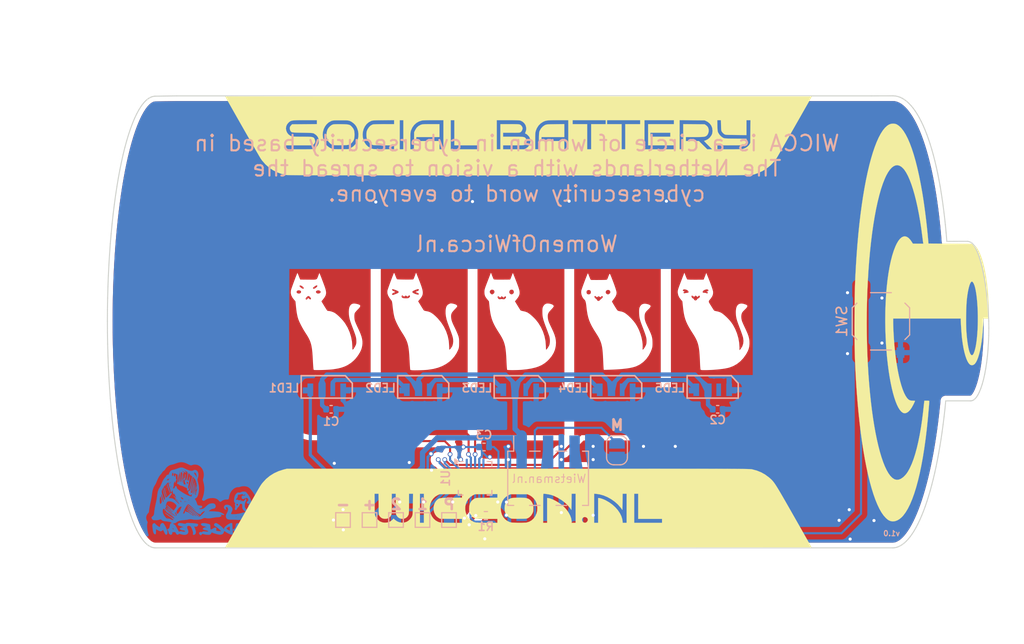
<source format=kicad_pcb>
(kicad_pcb (version 20240108) (generator "pcbnew") (generator_version "8.0")
  (layers (0 "F.Cu" signal) (31 "B.Cu" signal) (34 "B.Paste" user) (35 "F.Paste" user) (36 "B.SilkS" user "B.Silkscreen") (37 "F.SilkS" user "F.Silkscreen") (38 "B.Mask" user) (39 "F.Mask" user) (44 "Edge.Cuts" user))
  (net 0 "")
  (net 1 "GND")
  (net 2 "GPIO1")
  (net 3 "GPIO2")
  (net 4 "SCL")
  (net 5 "SDA")
  (net 6 "+3.3V")
  (net 7 "Net-(LED2-DOUT)")
  (net 8 "Net-(LED1-DOUT)")
  (net 9 "Net-(LED3-DOUT)")
  (net 10 "Net-(LED4-DOUT)")
  (net 11 "SWIO")
  (net 13 "TOUCH5")
  (net 15 "TOUCH3")
  (net 16 "TOUCH2")
  (net 18 "TOUCH1")
  (net 20 "TOUCH4")
  (net 21 "Net-(U1-PC7)")
  (net 22 "Net-(JP1-B)")
  (net 23 "E2")
  (net 24 "E1")
  (net 25 "LED")
  (net 26 "Net-(LED1-DIN)")
  (footprint "Board_design:social_battery_touch" (layer "F.Cu") (at 0 0)
    (property "Reference" "N1" (hide yes))
    (property "Value" "Artwork" (hide yes))
    (fp_line (start -42.251573 -0.070556) (end -42.245563 1.039811) (stroke (width 0.1)) (layer "Edge.Cuts"))
    (fp_line (start -42.245613 -1.18042) (end -42.251573 -0.070556) (stroke (width 0.1)) (layer "Edge.Cuts"))
    (fp_line (start -42.245563 1.039811) (end -42.227776 2.136066) (stroke (width 0.1)) (layer "Edge.Cuts"))
    (fp_line (start -42.227876 -2.275666) (end -42.245613 -1.18042) (stroke (width 0.1)) (layer "Edge.Cuts"))
    (fp_line (start -42.227776 2.136066) (end -42.198512 3.217704) (stroke (width 0.1)) (layer "Edge.Cuts"))
    (fp_line (start -42.198612 -3.354784) (end -42.227876 -2.275666) (stroke (width 0.1)) (layer "Edge.Cuts"))
    (fp_line (start -42.198512 3.217704) (end -42.158019 4.283214) (stroke (width 0.1)) (layer "Edge.Cuts"))
    (fp_line (start -42.158219 -4.416765) (end -42.198612 -3.354784) (stroke (width 0.1)) (layer "Edge.Cuts"))
    (fp_line (start -42.158019 4.283214) (end -42.106596 5.330074) (stroke (width 0.1)) (layer "Edge.Cuts"))
    (fp_line (start -42.106895 -5.459594) (end -42.158219 -4.416765) (stroke (width 0.1)) (layer "Edge.Cuts"))
    (fp_line (start -42.106596 5.330074) (end -42.04454 6.358285) (stroke (width 0.1)) (layer "Edge.Cuts"))
    (fp_line (start -42.044988 -6.483269) (end -42.106895 -5.459594) (stroke (width 0.1)) (layer "Edge.Cuts"))
    (fp_line (start -42.04454 6.358285) (end -41.97215 7.365328) (stroke (width 0.1)) (layer "Edge.Cuts"))
    (fp_line (start -41.972747 -7.485271) (end -42.044988 -6.483269) (stroke (width 0.1)) (layer "Edge.Cuts"))
    (fp_line (start -41.97215 7.365328) (end -41.889724 8.350697) (stroke (width 0.1)) (layer "Edge.Cuts"))
    (fp_line (start -41.89042 -8.464088) (end -41.972747 -7.485271) (stroke (width 0.1)) (layer "Edge.Cuts"))
    (fp_line (start -41.889724 8.350697) (end -41.79756 9.312377) (stroke (width 0.1)) (layer "Edge.Cuts"))
    (fp_line (start -41.798405 -9.419216) (end -41.89042 -8.464088) (stroke (width 0.1)) (layer "Edge.Cuts"))
    (fp_line (start -41.79756 9.312377) (end -41.695856 10.248856) (stroke (width 0.1)) (layer "Edge.Cuts"))
    (fp_line (start -41.69685 -10.349142) (end -41.798405 -9.419216) (stroke (width 0.1)) (layer "Edge.Cuts"))
    (fp_line (start -41.695856 10.248856) (end -41.58501 11.159126) (stroke (width 0.1)) (layer "Edge.Cuts"))
    (fp_line (start -41.586203 -11.251851) (end -41.69685 -10.349142) (stroke (width 0.1)) (layer "Edge.Cuts"))
    (fp_line (start -41.58501 11.159126) (end -41.465271 12.041674) (stroke (width 0.1)) (layer "Edge.Cuts"))
    (fp_line (start -41.466613 -12.126839) (end -41.586203 -11.251851) (stroke (width 0.1)) (layer "Edge.Cuts"))
    (fp_line (start -41.465271 12.041674) (end -41.336936 12.894988) (stroke (width 0.1)) (layer "Edge.Cuts"))
    (fp_line (start -41.338427 -12.972089) (end -41.466613 -12.126839) (stroke (width 0.1)) (layer "Edge.Cuts"))
    (fp_line (start -41.336936 12.894988) (end -41.200304 13.717558) (stroke (width 0.1)) (layer "Edge.Cuts"))
    (fp_line (start -41.201944 -13.786594) (end -41.338427 -12.972089) (stroke (width 0.1)) (layer "Edge.Cuts"))
    (fp_line (start -41.200304 13.717558) (end -41.055673 14.507869) (stroke (width 0.1)) (layer "Edge.Cuts"))
    (fp_line (start -41.057412 -14.569345) (end -41.201944 -13.786594) (stroke (width 0.1)) (layer "Edge.Cuts"))
    (fp_line (start -41.055673 14.507869) (end -40.903291 15.264915) (stroke (width 0.1)) (layer "Edge.Cuts"))
    (fp_line (start -40.90513 -15.317823) (end -41.057412 -14.569345) (stroke (width 0.1)) (layer "Edge.Cuts"))
    (fp_line (start -40.903291 15.264915) (end -40.743457 15.987183) (stroke (width 0.1)) (layer "Edge.Cuts"))
    (fp_line (start -40.745395 -16.032026) (end -40.90513 -15.317823) (stroke (width 0.1)) (layer "Edge.Cuts"))
    (fp_line (start -40.743457 15.987183) (end -40.576468 16.673161) (stroke (width 0.1)) (layer "Edge.Cuts"))
    (fp_line (start -40.578505 -16.709436) (end -40.745395 -16.032026) (stroke (width 0.1)) (layer "Edge.Cuts"))
    (fp_line (start -40.576468 16.673161) (end -40.402622 17.321338) (stroke (width 0.1)) (layer "Edge.Cuts"))
    (fp_line (start -40.404759 -17.349548) (end -40.578505 -16.709436) (stroke (width 0.1)) (layer "Edge.Cuts"))
    (fp_line (start -40.402622 17.321338) (end -40.222219 17.9302) (stroke (width 0.1)) (layer "Edge.Cuts"))
    (fp_line (start -40.224405 -17.95085) (end -40.404759 -17.349548) (stroke (width 0.1)) (layer "Edge.Cuts"))
    (fp_line (start -40.222219 17.9302) (end -40.035555 18.498741) (stroke (width 0.1)) (layer "Edge.Cuts"))
    (fp_line (start -40.037741 -18.511326) (end -40.224405 -17.95085) (stroke (width 0.1)) (layer "Edge.Cuts"))
    (fp_line (start -40.035555 18.498741) (end -39.842879 19.024943) (stroke (width 0.1)) (layer "Edge.Cuts"))
    (fp_line (start -39.845115 -19.030472) (end -40.037741 -18.511326) (stroke (width 0.1)) (layer "Edge.Cuts"))
    (fp_line (start -39.842879 19.024943) (end -39.644539 19.507799) (stroke (width 0.1)) (layer "Edge.Cuts"))
    (fp_line (start -39.646675 -19.506776) (end -39.845115 -19.030472) (stroke (width 0.1)) (layer "Edge.Cuts"))
    (fp_line (start -39.644539 19.507799) (end -39.440783 19.946301) (stroke (width 0.1)) (layer "Edge.Cuts"))
    (fp_line (start -39.44287 -19.938726) (end -39.646675 -19.506776) (stroke (width 0.1)) (layer "Edge.Cuts"))
    (fp_line (start -39.440783 19.946301) (end -39.231861 20.338433) (stroke (width 0.1)) (layer "Edge.Cuts"))
    (fp_line (start -39.233848 -20.324305) (end -39.44287 -19.938726) (stroke (width 0.1)) (layer "Edge.Cuts"))
    (fp_line (start -39.231861 20.338433) (end -39.018168 20.682682) (stroke (width 0.1)) (layer "Edge.Cuts"))
    (fp_line (start -39.020007 -20.663514) (end -39.233848 -20.324305) (stroke (width 0.1)) (layer "Edge.Cuts"))
    (fp_line (start -39.018168 20.682682) (end -38.909608 20.83641) (stroke (width 0.1)) (layer "Edge.Cuts"))
    (fp_line (start -38.911347 -20.814722) (end -39.020007 -20.663514) (stroke (width 0.1)) (layer "Edge.Cuts"))
    (fp_line (start -38.909608 20.83641) (end -38.799905 20.977537) (stroke (width 0.1)) (layer "Edge.Cuts"))
    (fp_line (start -38.801594 -20.953833) (end -38.911347 -20.814722) (stroke (width 0.1)) (layer "Edge.Cuts"))
    (fp_line (start -38.799905 20.977537) (end -38.689208 21.106567) (stroke (width 0.1)) (layer "Edge.Cuts"))
    (fp_line (start -38.690748 -21.080847) (end -38.801594 -20.953833) (stroke (width 0.1)) (layer "Edge.Cuts"))
    (fp_line (start -38.689208 21.106567) (end -38.577418 21.222493) (stroke (width 0.1)) (layer "Edge.Cuts"))
    (fp_line (start -38.578859 -21.194757) (end -38.690748 -21.080847) (stroke (width 0.1)) (layer "Edge.Cuts"))
    (fp_line (start -38.577418 21.222493) (end -38.464685 21.325314) (stroke (width 0.1)) (layer "Edge.Cuts"))
    (fp_line (start -38.465976 -21.296066) (end -38.578859 -21.194757) (stroke (width 0.1)) (layer "Edge.Cuts"))
    (fp_line (start -38.464685 21.325314) (end -38.350957 21.415534) (stroke (width 0.1)) (layer "Edge.Cuts"))
    (fp_line (start -38.35215 -21.384266) (end -38.465976 -21.296066) (stroke (width 0.1)) (layer "Edge.Cuts"))
    (fp_line (start -38.350957 21.415534) (end -38.236385 21.491644) (stroke (width 0.1)) (layer "Edge.Cuts"))
    (fp_line (start -38.237329 -21.459366) (end -38.35215 -21.384266) (stroke (width 0.1)) (layer "Edge.Cuts"))
    (fp_line (start -38.236385 21.491644) (end -38.120869 21.554644) (stroke (width 0.1)) (layer "Edge.Cuts"))
    (fp_line (start -38.121664 -21.521366) (end -38.237329 -21.459366) (stroke (width 0.1)) (layer "Edge.Cuts"))
    (fp_line (start -38.120869 21.554644) (end -38.004508 21.604034) (stroke (width 0.1)) (layer "Edge.Cuts"))
    (fp_line (start -38.005154 -21.569756) (end -38.121664 -21.521366) (stroke (width 0.1)) (layer "Edge.Cuts"))
    (fp_line (start -38.004508 21.604034) (end -37.887402 21.639314) (stroke (width 0.1)) (layer "Edge.Cuts"))
    (fp_line (start -37.8878 -21.604536) (end -38.005154 -21.569756) (stroke (width 0.1)) (layer "Edge.Cuts"))
    (fp_line (start -37.887402 21.639314) (end -37.769452 21.660984) (stroke (width 0.1)) (layer "Edge.Cuts"))
    (fp_line (start -37.7697 -21.625706) (end -37.8878 -21.604536) (stroke (width 0.1)) (layer "Edge.Cuts"))
    (fp_line (start -37.769452 21.660984) (end -37.650805 21.668084) (stroke (width 0.1)) (layer "Edge.Cuts"))
    (fp_line (start -37.650805 -21.632806) (end -37.7697 -21.625706) (stroke (width 0.1)) (layer "Edge.Cuts"))
    (fp_line (start -37.650805 21.668084) (end 33.030142 21.668084) (stroke (width 0.1)) (layer "Edge.Cuts"))
    (fp_line (start -36.742228 -21.647926) (end -37.650805 -21.632806) (stroke (width 0.1)) (layer "Edge.Cuts"))
    (fp_line (start -35.628653 -21.663046) (end -36.742228 -21.647926) (stroke (width 0.1)) (layer "Edge.Cuts"))
    (fp_line (start 31.003016 -21.663046) (end -35.628653 -21.663046) (stroke (width 0.1)) (layer "Edge.Cuts"))
    (fp_line (start 33.030142 21.668084) (end 33.138454 21.663584) (stroke (width 0.1)) (layer "Edge.Cuts"))
    (fp_line (start 33.064916 -21.668046) (end 31.003016 -21.663046) (stroke (width 0.1)) (layer "Edge.Cuts"))
    (fp_line (start 33.138454 21.663584) (end 33.246269 21.650984) (stroke (width 0.1)) (layer "Edge.Cuts"))
    (fp_line (start 33.246269 21.650984) (end 33.353587 21.629814) (stroke (width 0.1)) (layer "Edge.Cuts"))
    (fp_line (start 33.29098 -21.652926) (end 33.064916 -21.668046) (stroke (width 0.1)) (layer "Edge.Cuts"))
    (fp_line (start 33.353587 21.629814) (end 33.460409 21.600074) (stroke (width 0.1)) (layer "Edge.Cuts"))
    (fp_line (start 33.460409 21.600074) (end 33.566733 21.562274) (stroke (width 0.1)) (layer "Edge.Cuts"))
    (fp_line (start 33.515057 -21.608066) (end 33.29098 -21.652926) (stroke (width 0.1)) (layer "Edge.Cuts"))
    (fp_line (start 33.566733 21.562274) (end 33.672064 21.515904) (stroke (width 0.1)) (layer "Edge.Cuts"))
    (fp_line (start 33.672064 21.515904) (end 33.881732 21.399474) (stroke (width 0.1)) (layer "Edge.Cuts"))
    (fp_line (start 33.736152 -21.533466) (end 33.515057 -21.608066) (stroke (width 0.1)) (layer "Edge.Cuts"))
    (fp_line (start 33.881732 21.399474) (end 34.088916 21.250786) (stroke (width 0.1)) (layer "Edge.Cuts"))
    (fp_line (start 33.954763 -21.429132) (end 33.736152 -21.533466) (stroke (width 0.1)) (layer "Edge.Cuts"))
    (fp_line (start 34.088916 21.250786) (end 34.293118 21.071353) (stroke (width 0.1)) (layer "Edge.Cuts"))
    (fp_line (start 34.170393 -21.29607) (end 33.954763 -21.429132) (stroke (width 0.1)) (layer "Edge.Cuts"))
    (fp_line (start 34.293118 21.071353) (end 34.49434 20.861175) (stroke (width 0.1)) (layer "Edge.Cuts"))
    (fp_line (start 34.383042 -21.134278) (end 34.170393 -21.29607) (stroke (width 0.1)) (layer "Edge.Cuts"))
    (fp_line (start 34.49434 20.861175) (end 34.693077 20.620755) (stroke (width 0.1)) (layer "Edge.Cuts"))
    (fp_line (start 34.592213 -20.943756) (end 34.383042 -21.134278) (stroke (width 0.1)) (layer "Edge.Cuts"))
    (fp_line (start 34.693077 20.620755) (end 34.888337 20.351101) (stroke (width 0.1)) (layer "Edge.Cuts"))
    (fp_line (start 34.797906 -20.725009) (end 34.592213 -20.943756) (stroke (width 0.1)) (layer "Edge.Cuts"))
    (fp_line (start 34.888337 20.351101) (end 35.080118 20.053222) (stroke (width 0.1)) (layer "Edge.Cuts"))
    (fp_line (start 35.000122 -20.478037) (end 34.797906 -20.725009) (stroke (width 0.1)) (layer "Edge.Cuts"))
    (fp_line (start 35.080118 20.053222) (end 35.268422 19.727118) (stroke (width 0.1)) (layer "Edge.Cuts"))
    (fp_line (start 35.198362 -20.203847) (end 35.000122 -20.478037) (stroke (width 0.1)) (layer "Edge.Cuts"))
    (fp_line (start 35.268422 19.727118) (end 35.453248 19.373796) (stroke (width 0.1)) (layer "Edge.Cuts"))
    (fp_line (start 35.392628 -19.901936) (end 35.198362 -20.203847) (stroke (width 0.1)) (layer "Edge.Cuts"))
    (fp_line (start 35.453248 19.373796) (end 35.634099 18.994266) (stroke (width 0.1)) (layer "Edge.Cuts"))
    (fp_line (start 35.582919 -19.572808) (end 35.392628 -19.901936) (stroke (width 0.1)) (layer "Edge.Cuts"))
    (fp_line (start 35.634099 18.994266) (end 35.810975 18.588021) (stroke (width 0.1)) (layer "Edge.Cuts"))
    (fp_line (start 35.768738 -19.216966) (end 35.582919 -19.572808) (stroke (width 0.1)) (layer "Edge.Cuts"))
    (fp_line (start 35.810975 18.588021) (end 35.983877 18.15708) (stroke (width 0.1)) (layer "Edge.Cuts"))
    (fp_line (start 35.950086 -18.834411) (end 35.768738 -19.216966) (stroke (width 0.1)) (layer "Edge.Cuts"))
    (fp_line (start 35.983877 18.15708) (end 36.152306 17.700937) (stroke (width 0.1)) (layer "Edge.Cuts"))
    (fp_line (start 36.126466 -18.425646) (end 35.950086 -18.834411) (stroke (width 0.1)) (layer "Edge.Cuts"))
    (fp_line (start 36.152306 17.700937) (end 36.316265 17.220601) (stroke (width 0.1)) (layer "Edge.Cuts"))
    (fp_line (start 36.297877 -17.990672) (end 36.126466 -18.425646) (stroke (width 0.1)) (layer "Edge.Cuts"))
    (fp_line (start 36.316265 17.220601) (end 36.475255 16.71708) (stroke (width 0.1)) (layer "Edge.Cuts"))
    (fp_line (start 36.464816 -17.529993) (end 36.297877 -17.990672) (stroke (width 0.1)) (layer "Edge.Cuts"))
    (fp_line (start 36.475255 16.71708) (end 36.629773 16.190877) (stroke (width 0.1)) (layer "Edge.Cuts"))
    (fp_line (start 36.625793 -17.043609) (end 36.464816 -17.529993) (stroke (width 0.1)) (layer "Edge.Cuts"))
    (fp_line (start 36.629773 16.190877) (end 36.779323 15.642498) (stroke (width 0.1)) (layer "Edge.Cuts"))
    (fp_line (start 36.779323 15.642498) (end 36.923408 15.072949) (stroke (width 0.1)) (layer "Edge.Cuts"))
    (fp_line (start 36.781802 -16.532527) (end 36.625793 -17.043609) (stroke (width 0.1)) (layer "Edge.Cuts"))
    (fp_line (start 36.923408 15.072949) (end 37.062524 14.482232) (stroke (width 0.1)) (layer "Edge.Cuts"))
    (fp_line (start 36.931849 -15.996245) (end 36.781802 -16.532527) (stroke (width 0.1)) (layer "Edge.Cuts"))
    (fp_line (start 37.062524 14.482232) (end 37.195678 13.871353) (stroke (width 0.1)) (layer "Edge.Cuts"))
    (fp_line (start 37.075933 -15.435265) (end 36.931849 -15.996245) (stroke (width 0.1)) (layer "Edge.Cuts"))
    (fp_line (start 37.195678 13.871353) (end 37.323366 13.241322) (stroke (width 0.1)) (layer "Edge.Cuts"))
    (fp_line (start 37.214553 -14.849587) (end 37.075933 -15.435265) (stroke (width 0.1)) (layer "Edge.Cuts"))
    (fp_line (start 37.323366 13.241322) (end 37.44559 12.592137) (stroke (width 0.1)) (layer "Edge.Cuts"))
    (fp_line (start 37.346713 -14.240221) (end 37.214553 -14.849587) (stroke (width 0.1)) (layer "Edge.Cuts"))
    (fp_line (start 37.44559 12.592137) (end 37.561354 11.924808) (stroke (width 0.1)) (layer "Edge.Cuts"))
    (fp_line (start 37.472415 -13.607165) (end 37.346713 -14.240221) (stroke (width 0.1)) (layer "Edge.Cuts"))
    (fp_line (start 37.561354 11.924808) (end 37.671654 11.240342) (stroke (width 0.1)) (layer "Edge.Cuts"))
    (fp_line (start 37.591657 -12.95042) (end 37.472415 -13.607165) (stroke (width 0.1)) (layer "Edge.Cuts"))
    (fp_line (start 37.671654 11.240342) (end 37.774997 10.538235) (stroke (width 0.1)) (layer "Edge.Cuts"))
    (fp_line (start 37.703944 -12.269986) (end 37.591657 -12.95042) (stroke (width 0.1)) (layer "Edge.Cuts"))
    (fp_line (start 37.774997 10.538235) (end 37.871887 9.820503) (stroke (width 0.1)) (layer "Edge.Cuts"))
    (fp_line (start 37.809274 -11.566871) (end 37.703944 -12.269986) (stroke (width 0.1)) (layer "Edge.Cuts"))
    (fp_line (start 37.871887 9.820503) (end 37.962307 9.087146) (stroke (width 0.1)) (layer "Edge.Cuts"))
    (fp_line (start 37.907644 -10.841075) (end 37.809274 -11.566871) (stroke (width 0.1)) (layer "Edge.Cuts"))
    (fp_line (start 37.962307 9.087146) (end 38.046277 8.338165) (stroke (width 0.1)) (layer "Edge.Cuts"))
    (fp_line (start 37.999064 -10.093101) (end 37.907644 -10.841075) (stroke (width 0.1)) (layer "Edge.Cuts"))
    (fp_line (start 38.046277 8.338165) (end 38.122787 7.575574) (stroke (width 0.1)) (layer "Edge.Cuts"))
    (fp_line (start 38.083034 -9.322951) (end 37.999064 -10.093101) (stroke (width 0.1)) (layer "Edge.Cuts"))
    (fp_line (start 38.122787 7.575574) (end 40.472856 7.575574) (stroke (width 0.1)) (layer "Edge.Cuts"))
    (fp_line (start 38.159054 -8.530623) (end 38.083034 -9.322951) (stroke (width 0.1)) (layer "Edge.Cuts"))
    (fp_line (start 38.193094 -8.123622) (end 38.159054 -8.530623) (stroke (width 0.1)) (layer "Edge.Cuts"))
    (fp_line (start 38.227134 -7.716622) (end 38.193094 -8.123622) (stroke (width 0.1)) (layer "Edge.Cuts"))
    (fp_line (start 40.238849 -7.721122) (end 38.227134 -7.716622) (stroke (width 0.1)) (layer "Edge.Cuts"))
    (fp_line (start 40.381384 -7.684022) (end 40.238849 -7.721122) (stroke (width 0.1)) (layer "Edge.Cuts"))
    (fp_line (start 40.472856 7.575574) (end 40.517576 7.575574) (stroke (width 0.1)) (layer "Edge.Cuts"))
    (fp_line (start 40.517573 -7.625892) (end 40.381384 -7.684022) (stroke (width 0.1)) (layer "Edge.Cuts"))
    (fp_line (start 40.517576 7.575574) (end 40.606516 7.566474) (stroke (width 0.1)) (layer "Edge.Cuts"))
    (fp_line (start 40.562529 -7.598142) (end 40.517573 -7.625892) (stroke (width 0.1)) (layer "Edge.Cuts"))
    (fp_line (start 40.606516 7.566474) (end 40.694456 7.539254) (stroke (width 0.1)) (layer "Edge.Cuts"))
    (fp_line (start 40.607489 -7.570402) (end 40.562529 -7.598142) (stroke (width 0.1)) (layer "Edge.Cuts"))
    (fp_line (start 40.649719 -7.532352) (end 40.607489 -7.570402) (stroke (width 0.1)) (layer "Edge.Cuts"))
    (fp_line (start 40.691949 -7.494302) (end 40.649719 -7.532352) (stroke (width 0.1)) (layer "Edge.Cuts"))
    (fp_line (start 40.694456 7.539254) (end 40.780906 7.494394) (stroke (width 0.1)) (layer "Edge.Cuts"))
    (fp_line (start 40.733689 -7.446172) (end 40.691949 -7.494302) (stroke (width 0.1)) (layer "Edge.Cuts"))
    (fp_line (start 40.775429 -7.398032) (end 40.733689 -7.446172) (stroke (width 0.1)) (layer "Edge.Cuts"))
    (fp_line (start 40.780906 7.494394) (end 40.865866 7.432904) (stroke (width 0.1)) (layer "Edge.Cuts"))
    (fp_line (start 40.816669 -7.340072) (end 40.775429 -7.398032) (stroke (width 0.1)) (layer "Edge.Cuts"))
    (fp_line (start 40.857909 -7.282112) (end 40.816669 -7.340072) (stroke (width 0.1)) (layer "Edge.Cuts"))
    (fp_line (start 40.865866 7.432904) (end 40.949836 7.354784) (stroke (width 0.1)) (layer "Edge.Cuts"))
    (fp_line (start 40.939389 -7.147537) (end 40.857909 -7.282112) (stroke (width 0.1)) (layer "Edge.Cuts"))
    (fp_line (start 40.949836 7.354784) (end 41.031816 7.260024) (stroke (width 0.1)) (layer "Edge.Cuts"))
    (fp_line (start 41.019879 -6.994817) (end 40.939389 -7.147537) (stroke (width 0.1)) (layer "Edge.Cuts"))
    (fp_line (start 41.031816 7.260024) (end 41.112306 7.149642) (stroke (width 0.1)) (layer "Edge.Cuts"))
    (fp_line (start 41.098879 -6.825465) (end 41.019879 -6.994817) (stroke (width 0.1)) (layer "Edge.Cuts"))
    (fp_line (start 41.112306 7.149642) (end 41.190806 7.02414) (stroke (width 0.1)) (layer "Edge.Cuts"))
    (fp_line (start 41.176389 -6.63948) (end 41.098879 -6.825465) (stroke (width 0.1)) (layer "Edge.Cuts"))
    (fp_line (start 41.190806 7.02414) (end 41.267816 6.884021) (stroke (width 0.1)) (layer "Edge.Cuts"))
    (fp_line (start 41.267816 6.884021) (end 41.342346 6.729285) (stroke (width 0.1)) (layer "Edge.Cuts"))
    (fp_line (start 41.326436 -6.222651) (end 41.176389 -6.63948) (stroke (width 0.1)) (layer "Edge.Cuts"))
    (fp_line (start 41.342346 6.729285) (end 41.485437 6.378483) (stroke (width 0.1)) (layer "Edge.Cuts"))
    (fp_line (start 41.46903 -5.750379) (end 41.326436 -6.222651) (stroke (width 0.1)) (layer "Edge.Cuts"))
    (fp_line (start 41.485437 6.378483) (end 41.619088 5.975767) (stroke (width 0.1)) (layer "Edge.Cuts"))
    (fp_line (start 41.603178 -5.229217) (end 41.46903 -5.750379) (stroke (width 0.1)) (layer "Edge.Cuts"))
    (fp_line (start 41.619088 5.975767) (end 41.742305 5.524665) (stroke (width 0.1)) (layer "Edge.Cuts"))
    (fp_line (start 41.727886 -4.665213) (end 41.603178 -5.229217) (stroke (width 0.1)) (layer "Edge.Cuts"))
    (fp_line (start 41.742305 5.524665) (end 41.854592 5.028704) (stroke (width 0.1)) (layer "Edge.Cuts"))
    (fp_line (start 41.84216 -4.065423) (end 41.727886 -4.665213) (stroke (width 0.1)) (layer "Edge.Cuts"))
    (fp_line (start 41.854592 5.028704) (end 41.954452 4.491413) (stroke (width 0.1)) (layer "Edge.Cuts"))
    (fp_line (start 41.944012 -3.435895) (end 41.84216 -4.065423) (stroke (width 0.1)) (layer "Edge.Cuts"))
    (fp_line (start 41.954452 4.491413) (end 42.041402 3.916824) (stroke (width 0.1)) (layer "Edge.Cuts"))
    (fp_line (start 42.033442 -2.783183) (end 41.944012 -3.435895) (stroke (width 0.1)) (layer "Edge.Cuts"))
    (fp_line (start 42.041402 3.916824) (end 42.114932 3.307962) (stroke (width 0.1)) (layer "Edge.Cuts"))
    (fp_line (start 42.109462 -2.113837) (end 42.033442 -2.783183) (stroke (width 0.1)) (layer "Edge.Cuts"))
    (fp_line (start 42.114932 3.307962) (end 42.173062 2.668858) (stroke (width 0.1)) (layer "Edge.Cuts"))
    (fp_line (start 42.170072 -1.433403) (end 42.109462 -2.113837) (stroke (width 0.1)) (layer "Edge.Cuts"))
    (fp_line (start 42.173062 2.668858) (end 42.216292 2.002537) (stroke (width 0.1)) (layer "Edge.Cuts"))
    (fp_line (start 42.214792 -0.749441) (end 42.170072 -1.433403) (stroke (width 0.1)) (layer "Edge.Cuts"))
    (fp_line (start 42.216292 2.002537) (end 42.242622 1.313534) (stroke (width 0.1)) (layer "Edge.Cuts"))
    (fp_line (start 42.242122 -0.067999) (end 42.214792 -0.749441) (stroke (width 0.1)) (layer "Edge.Cuts"))
    (fp_line (start 42.242622 1.313534) (end 42.251522 0.604875) (stroke (width 0.1)) (layer "Edge.Cuts"))
    (fp_line (start 42.251522 0.604875) (end 42.242122 -0.067999) (stroke (width 0.1)) (layer "Edge.Cuts"))
  )
  (footprint "Library:LED-SMD_4P-L4.0-W1.6-L" (layer "B.Cu") (at -13.822 7.112)
    (property "Reference" "LED2")
    (property "Value" "SK6812SIDE-A-RVS" (hide yes))
  )
  (footprint "Library:stamp" (layer "B.Cu") (at -33 17.2 180)
    (property "Reference" "N2" (hide yes))
    (property "Value" "Stamp" (hide yes))
  )
  (footprint "Connector_PinHeader_2.54mm:PinHeader_2x03_P2.54mm_Vertical_SMD" (layer "B.Cu") (at 0 15 -90)
    (property "Reference" "J1" (hide yes))
    (property "Value" "SAO")
  )
  (footprint "Capacitor_SMD:C_0402_1005Metric" (layer "B.Cu") (at -20.8 8.382)
    (property "Reference" "C1")
    (property "Value" "100nF")
  )
  (footprint "Capacitor_SMD:C_0402_1005Metric" (layer "B.Cu") (at -6.14 12 180)
    (property "Reference" "C3")
    (property "Value" "100nF")
  )
  (footprint "TestPoint:TestPoint_Pad_1.0x1.0mm" (layer "B.Cu") (at -9.5 19 180)
    (property "Reference" "TP1" (hide yes))
    (property "Value" "SWIO")
  )
  (footprint "Button_Switch_SMD:SW_Push_1P1T_XKB_TS-1187A" (layer "B.Cu") (at 31.907 -0.048 -90)
    (property "Reference" "SW1")
    (property "Value" "Change")
  )
  (footprint "Jumper:SolderJumper-2_P1.3mm_Open_RoundedPad1.0x1.5mm" (layer "B.Cu") (at 6.604 12.304 90)
    (property "Reference" "JP1" (hide yes))
    (property "Value" "Mode")
  )
  (footprint "Library:LED-SMD_4P-L4.0-W1.6-L" (layer "B.Cu") (at 4.678 7.112)
    (property "Reference" "LED4")
    (property "Value" "SK6812SIDE-A-RVS" (hide yes))
  )
  (footprint "Library:LED-SMD_4P-L4.0-W1.6-L" (layer "B.Cu") (at -23.072 7.112)
    (property "Reference" "LED1")
    (property "Value" "SK6812SIDE-A-RVS" (hide yes))
  )
  (footprint "TestPoint:TestPoint_Pad_1.0x1.0mm" (layer "B.Cu") (at -17.12 19 180)
    (property "Reference" "TP4" (hide yes))
    (property "Value" "3.3v")
  )
  (footprint "Capacitor_SMD:C_0402_1005Metric" (layer "B.Cu") (at 16.256 8.382)
    (property "Reference" "C2")
    (property "Value" "100nF")
  )
  (footprint "Resistor_SMD:R_0402_1005Metric" (layer "B.Cu") (at -5.969 18.5674 180)
    (property "Reference" "R1")
    (property "Value" "100")
  )
  (footprint "TestPoint:TestPoint_Pad_1.0x1.0mm" (layer "B.Cu") (at -19.66 19 180)
    (property "Reference" "TP5" (hide yes))
    (property "Value" "GND")
  )
  (footprint "TestPoint:TestPoint_Pad_1.0x1.0mm" (layer "B.Cu") (at -14.58 19 180)
    (property "Reference" "TP3" (hide yes))
    (property "Value" "E2")
  )
  (footprint "Library:LED-SMD_4P-L4.0-W1.6-L" (layer "B.Cu") (at 13.928 7.112)
    (property "Reference" "LED5")
    (property "Value" "SK6812SIDE-A-RVS" (hide yes))
  )
  (footprint "Package_DFN_QFN:QFN-20-1EP_3x3mm_P0.4mm_EP1.65x1.65mm" (layer "B.Cu") (at -7 15 -90)
    (property "Reference" "U1")
    (property "Value" "CH32V003")
  )
  (footprint "TestPoint:TestPoint_Pad_1.0x1.0mm" (layer "B.Cu") (at -12.04 19 180)
    (property "Reference" "TP2" (hide yes))
    (property "Value" "E1")
  )
  (footprint "Library:LED-SMD_4P-L4.0-W1.6-L" (layer "B.Cu") (at -4.572 7.112)
    (property "Reference" "LED3")
    (property "Value" "SK6812SIDE-A-RVS" (hide yes))
  )
  (gr_text "P" (at -9.5 17.5 0) (layer "B.SilkS") (effects (font (size 1 1) (thickness 0.25) (bold yes)) (justify mirror)))
  (gr_text "WICCA is a circle of women in cybersecurity based in\nThe Netherlands with a vision to spread the\ncybersecurity word to everyone.\n\nWomenOfWicca.nl" (at -3 -18 0) (layer "B.SilkS") (effects (font (size 1.5 1.5) (thickness 0.2)) (justify top mirror)))
  (gr_text "2" (at -14.58 17.5 0) (layer "B.SilkS") (effects (font (size 1 1) (thickness 0.25) (bold yes)) (justify mirror)))
  (gr_text "+" (at -17.12 17.5 0) (layer "B.SilkS") (effects (font (size 1 1) (thickness 0.25) (bold yes)) (justify mirror)))
  (gr_text "v1.0" (at 33.782 20.574 0) (layer "B.SilkS") (effects (font (size 0.5 0.5) (thickness 0.1)) (justify left bottom mirror)))
  (gr_text "1" (at -12.04 17.5 0) (layer "B.SilkS") (effects (font (size 1 1) (thickness 0.25) (bold yes)) (justify mirror)))
  (gr_text "-" (at -19.66 17.5 0) (layer "B.SilkS") (effects (font (size 1 1) (thickness 0.25) (bold yes)) (justify mirror)))
  (gr_text "M" (at 6.604 9.906 0) (layer "B.SilkS") (effects (font (size 1 1) (thickness 0.25) (bold yes)) (justify mirror)))
  (gr_text_box "Wietsman.nl" (start 0.762 13.97) (end 4.318 14.732) (layer "B.SilkS") (effects (font (size 0.8 0.8) (thickness 0.1)) (justify left top mirror)) (border no))
  (via (at -4.826 17.272) (size 0.5) (drill 0.3) (layers "F.Cu" "B.Cu") (net 1))
  (via (at 11.34 -11.57) (size 0.5) (drill 0.3) (layers "F.Cu" "B.Cu") (net 1))
  (via (at 4.318 13.208) (size 0.5) (drill 0.3) (layers "F.Cu" "B.Cu") (net 1))
  (via (at 1.27 11.938) (size 0.45) (drill 0.3) (layers "F.Cu" "B.Cu") (net 1))
  (via (at -14.224 17.272) (size 0.45) (drill 0.3) (layers "F.Cu" "B.Cu") (net 1))
  (via (at -3.995145 17.280805) (size 0.5) (drill 0.3) (layers "F.Cu" "B.Cu") (net 1))
  (via (at 28.956 20.828) (size 0.5) (drill 0.3) (layers "F.Cu" "B.Cu") (net 1))
  (via (at -19.6342 19.939) (size 0.45) (drill 0.3) (layers "F.Cu" "B.Cu") (net 1))
  (via (at 31.242 19.05) (size 0.5) (drill 0.3) (layers "F.Cu" "B.Cu") (net 1))
  (via (at 1.27 13.208) (size 0.45) (drill 0.3) (layers "F.Cu" "B.Cu") (net 1))
  (via (at -11.228 12.648) (size 0.5) (drill 0.3) (layers "F.Cu" "B.Cu") (net 1))
  (via (at 1.27 18.288) (size 0.45) (drill 0.3) (layers "F.Cu" "B.Cu") (net 1))
  (via (at -7.25 -11.53) (size 0.5) (drill 0.3) (layers "F.Cu" "B.Cu") (net 1))
  (via (at -3.81 11.938) (size 0.45) (drill 0.3) (layers "F.Cu" "B.Cu") (net 1))
  (via (at 32.004 2.032) (size 0.5) (drill 0.3) (layers "F.Cu" "B.Cu") (net 1))
  (via (at -8.0264 18.8214) (size 0.45) (drill 0.3) (layers "F.Cu" "B.Cu") (net 1))
  (via (at -20.4978 13.5636) (size 0.45) (drill 0.3) (layers "F.Cu" "B.Cu") (net 1))
  (via (at 27.9 19.03) (size 0.5) (drill 0.3) (layers "F.Cu" "B.Cu") (net 1))
  (via (at -4 18.542) (size 0.5) (drill 0.3) (layers "F.Cu" "B.Cu") (net 1))
  (via (at -11.938 17.272) (size 0.45) (drill 0.3) (layers "F.Cu" "B.Cu") (net 1))
  (via (at -8.382 13.208) (size 0.45) (drill 0.3) (layers "F.Cu" "B.Cu") (net 1))
  (via (at -6.0706 20.8026) (size 0.45) (drill 0.3) (layers "F.Cu" "B.Cu") (net 1))
  (via (at -11.176 14.224) (size 0.45) (drill 0.3) (layers "F.Cu" "B.Cu") (net 1))
  (via (at -13.3096 13.4874) (size 0.45) (drill 0.3) (layers "F.Cu" "B.Cu") (net 1))
  (via (at 28.702 -2.794) (size 0.45) (drill 0.3) (layers "F.Cu" "B.Cu") (net 1))
  (via (at 32.004 -2.286) (size 0.45) (drill 0.3) (layers "F.Cu" "B.Cu") (net 1))
  (via (at 12.192 11.938) (size 0.45) (drill 0.3) (layers "F.Cu" "B.Cu") (net 1))
  (via (at -9.144 17.272) (size 0.45) (drill 0.3) (layers "F.Cu" "B.Cu") (net 1))
  (via (at 28.87 18.01) (size 0.5) (drill 0.3) (layers "F.Cu" "B.Cu") (net 1))
  (via (at 4.318 11.938) (size 0.45) (drill 0.3) (layers "F.Cu" "B.Cu") (net 1))
  (via (at -19.66 18) (size 0.5) (drill 0.3) (layers "F.Cu" "B.Cu") (net 1))
  (via (at -16.52 -11.49) (size 0.5) (drill 0.3) (layers "F.Cu" "B.Cu") (net 1))
  (via (at 4.318 18.542) (size 0.5) (drill 0.3) (layers "F.Cu" "B.Cu") (net 1))
  (via (at 2.01 -11.57) (size 0.5) (drill 0.3) (layers "F.Cu" "B.Cu") (net 1))
  (via (at -5.588 12.954) (size 0.45) (drill 0.3) (layers "F.Cu" "B.Cu") (net 1))
  (via (at 28.702 3.048) (size 0.45) (drill 0.3) (layers "F.Cu" "B.Cu") (net 1))
  (via (at -20.58 19) (size 0.5) (drill 0.3) (layers "F.Cu" "B.Cu") (net 1))
  (via (at -3.81 13.208) (size 0.45) (drill 0.3) (layers "F.Cu" "B.Cu") (net 1))
  (via (at -8.128 12) (size 0.45) (drill 0.3) (layers "F.Cu" "B.Cu") (net 1))
  (via (at 9.144 11.938) (size 0.45) (drill 0.3) (layers "F.Cu" "B.Cu") (net 1))
  (segment (start -11.538 14.586) (end -14.224 17.272) (width 0.25) (layer "B.Cu") (net 1))
  (segment (start -10.59 12.01) (end -11.228 12.648) (width 0.2) (layer "B.Cu") (net 1))
  (segment (start -5.842 12.954) (end -6.35 12.446) (width 0.2) (layer "B.Cu") (net 1))
  (segment (start -8.128 12) (end -8.138 12.01) (width 0.2) (layer "B.Cu") (net 1))
  (segment (start -6.6 14.6) (end -6.6 13.55) (width 0.2) (layer "B.Cu") (net 1))
  (segment (start -8.138 12.01) (end -10.59 12.01) (width 0.2) (layer "B.Cu") (net 1))
  (segment (start -11.538 12.958) (end -11.538 14.586) (width 0.25) (layer "B.Cu") (net 1))
  (segment (start -6.6 13.131876) (end -6.35 12.881876) (width 0.2) (layer "B.Cu") (net 1))
  (segment (start -6.35 12.446) (end -6.35 12.27) (width 0.2) (layer "B.Cu") (net 1))
  (segment (start -8.128 12) (end -6.62 12) (width 0.2) (layer "B.Cu") (net 1))
  (segment (start -3.81 17.5) (end -2.565 17.5) (width 0.2) (layer "B.Cu") (net 1))
  (segment (start -4 18.542) (end -3.557 18.542) (width 0.2) (layer "B.Cu") (net 1))
  (segment (start -3.557 18.542) (end -2.54 17.525) (width 0.2) (layer "B.Cu") (net 1))
  (segment (start -6.35 12.881876) (end -6.35 12.446) (width 0.2) (layer "B.Cu") (net 1))
  (segment (start -5.588 12.954) (end -5.842 12.954) (width 0.2) (layer "B.Cu") (net 1))
  (segment (start -11.228 12.648) (end -11.538 12.958) (width 0.25) (layer "B.Cu") (net 1))
  (segment (start -6.6 13.55) (end -6.6 13.131876) (width 0.2) (layer "B.Cu") (net 1))
  (segment (start -6.35 12.27) (end -6.62 12) (width 0.2) (layer "B.Cu") (net 1))
  (segment (start -3.953 19.937) (end 2.933 19.937) (width 0.2) (layer "B.Cu") (net 2))
  (segment (start -4.504 18.6862) (end -4.504 19.386) (width 0.2) (layer "B.Cu") (net 2))
  (segment (start 2.933 19.937) (end 3.267 19.603) (width 0.2) (layer "B.Cu") (net 2))
  (segment (start -6.6 16.45) (end -6.6 17.3014) (width 0.2) (layer "B.Cu") (net 2))
  (segment (start -6.2992 17.6022) (end -5.588 17.6022) (width 0.2) (layer "B.Cu") (net 2))
  (segment (start 3.267 19.603) (end 3.267 14.267) (width 0.2) (layer "B.Cu") (net 2))
  (segment (start -6.6 17.3014) (end -6.2992 17.6022) (width 0.2) (layer "B.Cu") (net 2))
  (segment (start 3.267 14.267) (end 2.54 13.54) (width 0.2) (layer "B.Cu") (net 2))
  (segment (start -4.504 19.386) (end -3.953 19.937) (width 0.2) (layer "B.Cu") (net 2))
  (segment (start -5.588 17.6022) (end -4.504 18.6862) (width 0.2) (layer "B.Cu") (net 2))
  (segment (start -4.7 15.8) (end -5.55 15.8) (width 0.2) (layer "B.Cu") (net 3))
  (segment (start 2.54 18.64) (end 1.57 19.61) (width 0.2) (layer "B.Cu") (net 3))
  (segment (start -0.76 19.61) (end -1.26 19.11) (width 0.2) (layer "B.Cu") (net 3))
  (segment (start -1.26 19.11) (end -1.26 16.29) (width 0.2) (layer "B.Cu") (net 3))
  (segment (start -1.26 16.29) (end -1.88 15.67) (width 0.2) (layer "B.Cu") (net 3))
  (segment (start -4.57 15.67) (end -4.7 15.8) (width 0.2) (layer "B.Cu") (net 3))
  (segment (start -1.88 15.67) (end -4.57 15.67) (width 0.2) (layer "B.Cu") (net 3))
  (segment (start 1.57 19.61) (end -0.76 19.61) (width 0.2) (layer "B.Cu") (net 3))
  (segment (start -5.55 15.4) (end -4.883 15.4) (width 0.2) (layer "B.Cu") (net 4))
  (segment (start -4.81 15.327) (end -1.203 15.327) (width 0.2) (layer "B.Cu") (net 4))
  (segment (start -4.883 15.4) (end -4.81 15.327) (width 0.2) (layer "B.Cu") (net 4))
  (segment (start -1.203 15.327) (end 0 16.53) (width 0.2) (layer "B.Cu") (net 4))
  (segment (start -5.55 15) (end -1.25 15) (width 0.2) (layer "B.Cu") (net 5))
  (segment (start -1.25 15) (end 0 13.75) (width 0.2) (layer "B.Cu") (net 5))
  (segment (start -5.66 12) (end -5.66 11.16) (width 0.5) (layer "B.Cu") (net 6))
  (segment (start 6.078 6.058) (end 7.088 5.048) (width 0.4) (layer "B.Cu") (net 6))
  (segment (start -4.76 12.43) (end -4.76 13.99) (width 0.2) (layer "B.Cu") (net 6))
  (segment (start 14.08352 5.048) (end 15.328 6.29248) (width 0.4) (layer "B.Cu") (net 6))
  (segment (start -4.76 13.99) (end -4.97 14.2) (width 0.2) (layer "B.Cu") (net 6))
  (segment (start -12.422 5.512) (end -11.958 5.048) (width 0.4) (layer "B.Cu") (net 6))
  (segment (start 7.088 5.048) (end 14.08352 5.048) (width 0.4) (layer "B.Cu") (net 6))
  (segment (start 15.328 7.934) (end 15.776 8.382) (width 0.4) (layer "B.Cu") (net 6))
  (segment (start 15.328 6.512) (end 15.328 7.934) (width 0.4) (layer "B.Cu") (net 6))
  (segment (start -13.66648 5.048) (end -12.422 6.29248) (width 0.4) (layer "B.Cu") (net 6))
  (segment (start -3.172 10.258) (end -3.172 6.512) (width 0.5) (layer "B.Cu") (net 6))
  (segment (start -2.162 5.048) (end 5.164 5.048) (width 0.4) (layer "B.Cu") (net 6))
  (segment (start -2.54 12.475) (end -2.54 10.89) (width 1) (layer "B.Cu") (net 6))
  (segment (start -4.086 5.048) (end -3.172 5.962) (width 0.4) (layer "B.Cu") (net 6))
  (segment (start -17.12 19) (end -12.04 13.92) (width 0.5) (layer "B.Cu") (net 6))
  (segment (start -3.172 5.962) (end -3.172 6.512) (width 0.4) (layer "B.Cu") (net 6))
  (segment (start -3.172 6.058) (end -2.162 5.048) (width 0.4) (layer "B.Cu") (net 6))
  (segment (start -2.54 10.89) (end -3.172 10.258) (width 0.5) (layer "B.Cu") (net 6))
  (segment (start -12.04 12.535104) (end -10.624896 11.12) (width 0.5) (layer "B.Cu") (net 6))
  (segment (start -21.672 5.512) (end -21.208 5.048) (width 0.4) (layer "B.Cu") (net 6))
  (segment (start 6.078 6.512) (end 6.078 6.058) (width 0.4) (layer "B.Cu") (net 6))
  (segment (start -2.77 11.12) (end -2.54 10.89) (width 0.5) (layer "B.Cu") (net 6))
  (segment (start 5.164 5.048) (end 6.078 5.962) (width 0.4) (layer "B.Cu") (net 6))
  (segment (start -21.672 6.512) (end -21.672 7.99) (width 0.4) (layer "B.Cu") (net 6))
  (segment (start -3.172 6.512) (end -3.172 6.058) (width 0.4) (layer "B.Cu") (net 6))
  (segment (start -5.2 12) (end -5.07 12.13) (width 0.2) (layer "B.Cu") (net 6))
  (segment (start -21.672 7.99) (end -21.28 8.382) (width 0.4) (layer "B.Cu") (net 6))
  (segment (start -12.04 13.92) (end -12.04 12.535104) (width 0.5) (layer "B.Cu") (net 6))
  (segment (start -11.958 5.048) (end -4.086 5.048) (width 0.4) (layer "B.Cu") (net 6))
  (segment (start 6.078 5.962) (end 6.078 6.512) (width 0.4) (layer "B.Cu") (net 6))
  (segment (start -5.66 12) (end -5.2 12) (width 0.2) (layer "B.Cu") (net 6))
  (segment (start -10.624896 11.12) (end -2.77 11.12) (width 0.5) (layer "B.Cu") (net 6))
  (segment (start -5.06 12.13) (end -4.76 12.43) (width 0.2) (layer "B.Cu") (net 6))
  (segment (start -12.422 6.512) (end -12.422 5.512) (width 0.4) (layer "B.Cu") (net 6))
  (segment (start -5.07 12.13) (end -5.06 12.13) (width 0.2) (layer "B.Cu") (net 6))
  (segment (start -21.672 6.512) (end -21.672 5.512) (width 0.4) (layer "B.Cu") (net 6))
  (segment (start -21.208 5.048) (end -13.66648 5.048) (width 0.4) (layer "B.Cu") (net 6))
  (segment (start -4.97 14.2) (end -5.55 14.2) (width 0.2) (layer "B.Cu") (net 6))
  (segment (start -5.234 5.575) (end -10.80452 5.575) (width 0.4) (layer "B.Cu") (net 7))
  (segment (start -10.80452 5.575) (end -11.397 6.16748) (width 0.4) (layer "B.Cu") (net 7))
  (segment (start -4.297 6.512) (end -5.234 5.575) (width 0.4) (layer "B.Cu") (net 7))
  (segment (start -13.547 6.512) (end -14.484 5.575) (width 0.4) (layer "B.Cu") (net 8))
  (segment (start -20.647 5.807) (end -20.647 6.512) (width 0.4) (layer "B.Cu") (net 8))
  (segment (start -14.484 5.575) (end -20.415 5.575) (width 0.4) (layer "B.Cu") (net 8))
  (segment (start -20.415 5.575) (end -20.647 5.807) (width 0.4) (layer "B.Cu") (net 8))
  (segment (start -1.55452 5.575) (end -2.147 6.16748) (width 0.4) (layer "B.Cu") (net 9))
  (segment (start 4.016 5.575) (end -1.55452 5.575) (width 0.4) (layer "B.Cu") (net 9))
  (segment (start 4.953 6.512) (end 4.016 5.575) (width 0.4) (layer "B.Cu") (net 9))
  (segment (start 14.203 6.512) (end 13.266 5.575) (width 0.4) (layer "B.Cu") (net 10))
  (segment (start 13.266 5.575) (end 7.69548 5.575) (width 0.4) (layer "B.Cu") (net 10))
  (segment (start 7.69548 5.575) (end 7.103 6.16748) (width 0.4) (layer "B.Cu") (net 10))
  (segment (start -7.8 16.45) (end -7.8 17.3) (width 0.2) (layer "B.Cu") (net 11))
  (segment (start -7.8 17.3) (end -9.5 19) (width 0.2) (layer "B.Cu") (net 11))
  (segment (start -9.783764 14.043) (end 8.563 14.043) (width 0.2) (layer "F.Cu") (net 13))
  (segment (start -10.41 13.333003) (end -10.41 13.416764) (width 0.2) (layer "F.Cu") (net 13))
  (segment (start -10.41 13.416764) (end -9.783764 14.043) (width 0.2) (layer "F.Cu") (net 13))
  (segment (start 8.563 14.043) (end 12.606 10) (width 0.2) (layer "F.Cu") (net 13))
  (segment (start -10.535003 13.208) (end -10.41 13.333003) (width 0.2) (layer "F.Cu") (net 13))
  (via (at -10.535003 13.208) (size 0.45) (drill 0.3) (layers "F.Cu" "B.Cu") (net 13))
  (segment (start -10.41 13.520572) (end -8.930572 15) (width 0.2) (layer "B.Cu") (net 13))
  (segment (start -10.535003 13.208) (end -10.41 13.333003) (width 0.2) (layer "B.Cu") (net 13))
  (segment (start -8.930572 15) (end -8.45 15) (width 0.2) (layer "B.Cu") (net 13))
  (segment (start -10.41 13.333003) (end -10.41 13.520572) (width 0.2) (layer "B.Cu") (net 13))
  (segment (start -7 12.71) (end -7 11.12) (width 0.2) (layer "F.Cu") (net 15))
  (segment (start -7 11.12) (end -5.88 10) (width 0.2) (layer "F.Cu") (net 15))
  (via (at -7 12.71) (size 0.45) (drill 0.3) (layers "F.Cu" "B.Cu") (net 15))
  (segment (start -7 12.71) (end -7 13.55) (width 0.2) (layer "B.Cu") (net 15))
  (segment (start -7.868 10.632) (end -8.164 10.632) (width 0.2) (layer "F.Cu") (net 16))
  (segment (start -7.628921 12.699856) (end -7.62 12.690935) (width 0.2) (layer "F.Cu") (net 16))
  (segment (start -7.62 10.88) (end -7.868 10.632) (width 0.2) (layer "F.Cu") (net 16))
  (segment (start -7.62 12.690935) (end -7.62 10.88) (width 0.2) (layer "F.Cu") (net 16))
  (via (at -7.628921 12.699856) (size 0.45) (drill 0.3) (layers "F.Cu" "B.Cu") (net 16))
  (segment (start -7.628921 12.793843) (end -7.628921 12.699856) (width 0.2) (layer "B.Cu") (net 16))
  (segment (start -7.4 13.55) (end -7.4 13.022764) (width 0.2) (layer "B.Cu") (net 16))
  (segment (start -7.4 13.022764) (end -7.628921 12.793843) (width 0.2) (layer "B.Cu") (net 16))
  (segment (start -9.906 11.43) (end -16.57 11.43) (width 0.2) (layer "F.Cu") (net 18))
  (segment (start -9.398 12.7) (end -9.398 11.938) (width 0.2) (layer "F.Cu") (net 18))
  (segment (start -9.398 11.938) (end -9.906 11.43) (width 0.2) (layer "F.Cu") (net 18))
  (segment (start -16.57 11.43) (end -18 10) (width 0.2) (layer "F.Cu") (net 18))
  (via (at -9.398 12.7) (size 0.45) (drill 0.3) (layers "F.Cu" "B.Cu") (net 18))
  (segment (start -9.398 12.7) (end -9.398 13.252) (width 0.2) (layer "B.Cu") (net 18))
  (segment (start -9.398 13.252) (end -8.45 14.2) (width 0.2) (layer "B.Cu") (net 18))
  (segment (start 1.061236 12.442) (end 1.478764 12.442) (width 0.2) (layer "F.Cu") (net 20))
  (segment (start 3.462 10.458764) (end 3.462 10) (width 0.2) (layer "F.Cu") (net 20))
  (segment (start -9.398 13.716) (end -0.212764 13.716) (width 0.2) (layer "F.Cu") (net 20))
  (segment (start -9.906 13.208) (end -9.398 13.716) (width 0.2) (layer "F.Cu") (net 20))
  (segment (start 1.478764 12.442) (end 3.462 10.458764) (width 0.2) (layer "F.Cu") (net 20))
  (segment (start -0.212764 13.716) (end 1.061236 12.442) (width 0.2) (layer "F.Cu") (net 20))
  (via (at -9.906 13.208) (size 0.45) (drill 0.3) (layers "F.Cu" "B.Cu") (net 20))
  (segment (start -8.868124 14.6) (end -8.45 14.6) (width 0.2) (layer "B.Cu") (net 20))
  (segment (start -9.906 13.562124) (end -8.868124 14.6) (width 0.2) (layer "B.Cu") (net 20))
  (segment (start -9.906 13.208) (end -9.906 13.562124) (width 0.2) (layer "B.Cu") (net 20))
  (segment (start 28.126 20.264) (end -4.088448 20.264) (width 0.2) (layer "B.Cu") (net 21))
  (segment (start -4.088448 20.264) (end -5.200848 19.1516) (width 0.2) (layer "B.Cu") (net 21))
  (segment (start 30 2.984) (end 30 18.39) (width 0.2) (layer "B.Cu") (net 21))
  (segment (start 30 18.39) (end 28.126 20.264) (width 0.2) (layer "B.Cu") (net 21))
  (segment (start 30.032 2.952) (end 30 2.984) (width 0.2) (layer "B.Cu") (net 21))
  (segment (start -7.4382 16.4882) (end -7.4 16.45) (width 0.2) (layer "B.Cu") (net 21))
  (segment (start -7.062764 19.1516) (end -7.4382 18.776164) (width 0.2) (layer "B.Cu") (net 21))
  (segment (start -5.200848 19.1516) (end -7.062764 19.1516) (width 0.2) (layer "B.Cu") (net 21))
  (segment (start -7.4382 18.776164) (end -7.4382 16.4882) (width 0.2) (layer "B.Cu") (net 21))
  (segment (start 29.972 -2.988) (end 30.032 -3.048) (width 0.5) (layer "B.Cu") (net 21))
  (segment (start 29.972 2.892) (end 29.972 -2.988) (width 0.5) (layer "B.Cu") (net 21))
  (segment (start -1.27 14.224) (end -1.27 10.414) (width 0.2) (layer "B.Cu") (net 22))
  (segment (start -1.016 10.16) (end 5.11 10.16) (width 0.2) (layer "B.Cu") (net 22))
  (segment (start -1.27 10.414) (end -1.016 10.16) (width 0.2) (layer "B.Cu") (net 22))
  (segment (start 5.11 10.16) (end 6.604 11.654) (width 0.2) (layer "B.Cu") (net 22))
  (segment (start -1.646 14.6) (end -1.27 14.224) (width 0.2) (layer "B.Cu") (net 22))
  (segment (start -5.55 14.6) (end -1.646 14.6) (width 0.2) (layer "B.Cu") (net 22))
  (segment (start -11.709158 18.034) (end -13.614 18.034) (width 0.25) (layer "B.Cu") (net 23))
  (segment (start -8.45 15.4) (end -9.075158 15.4) (width 0.25) (layer "B.Cu") (net 23))
  (segment (start -9.075158 15.4) (end -11.709158 18.034) (width 0.25) (layer "B.Cu") (net 23))
  (segment (start -13.614 18.034) (end -14.58 19) (width 0.25) (layer "B.Cu") (net 23))
  (segment (start -8.942 15.8) (end -12.04 18.898) (width 0.25) (layer "B.Cu") (net 24))
  (segment (start -8.45 15.8) (end -8.942 15.8) (width 0.25) (layer "B.Cu") (net 24))
  (segment (start -7 16.45) (end -7 17.363848) (width 0.2) (layer "B.Cu") (net 25))
  (segment (start -7 17.363848) (end -6.434648 17.9292) (width 0.2) (layer "B.Cu") (net 25))
  (segment (start -5.459 18.2106) (end -5.459 18.5674) (width 0.2) (layer "B.Cu") (net 25))
  (segment (start -5.7404 17.9292) (end -5.459 18.2106) (width 0.2) (layer "B.Cu") (net 25))
  (segment (start -6.434648 17.9292) (end -5.7404 17.9292) (width 0.2) (layer "B.Cu") (net 25))
  (segment (start -7.5692 19.4564) (end -7.5692 19.2024) (width 0.3) (layer "F.Cu") (net 26))
  (segment (start -7.5692 19.2024) (end -6.9342 18.5674) (width 0.3) (layer "F.Cu") (net 26))
  (via (at -6.9342 18.5674) (size 0.45) (drill 0.3) (layers "F.Cu" "B.Cu") (net 26))
  (via (at -7.5692 19.4564) (size 0.45) (drill 0.3) (layers "F.Cu" "B.Cu") (net 26))
  (segment (start -22.797 12.763) (end -18.226 17.334) (width 0.3) (layer "B.Cu") (net 26))
  (segment (start -18.226 19.6962) (end -17.8562 20.066) (width 0.3) (layer "B.Cu") (net 26))
  (segment (start -17.8562 20.066) (end -8.1788 20.066) (width 0.3) (layer "B.Cu") (net 26))
  (segment (start -18.226 17.334) (end -18.226 19.6962) (width 0.3) (layer "B.Cu") (net 26))
  (segment (start -22.797 6.512) (end -22.797 12.763) (width 0.3) (layer "B.Cu") (net 26))
  (segment (start -6.479 18.5674) (end -6.9342 18.5674) (width 0.25) (layer "B.Cu") (net 26))
  (segment (start -8.1788 20.066) (end -7.5692 19.4564) (width 0.3) (layer "B.Cu") (net 26))
  (zone (net 1) (net_name "GND") (layers "F&B.Cu") (connect_pads (clearance 0.5)) (min_thickness 0.25) (fill yes (thermal_gap 0.5) (thermal_bridge_width 0.5))
    (polygon (pts (xy 45.630695 -30.854998) (xy -52.547036 -30.752027) (xy -50.207036 30.397973) (xy 45.482964 30.867973)))
  )
  (zone (net 0) (net_name "") (layers "F&B.Cu") (name "CATS") (connect_pads (clearance 0)) (min_thickness 0.25)
    (keepout (tracks allowed) (vias allowed) (pads allowed) (copperpour not_allowed) (footprints allowed))
    (fill (thermal_gap 0.5) (thermal_bridge_width 0.5))
    (polygon (pts (xy -24.806506 -5.07) (xy 19.62 -5.07) (xy 19.62 5.1) (xy -24.852044 5.1)))
  )
)
</source>
